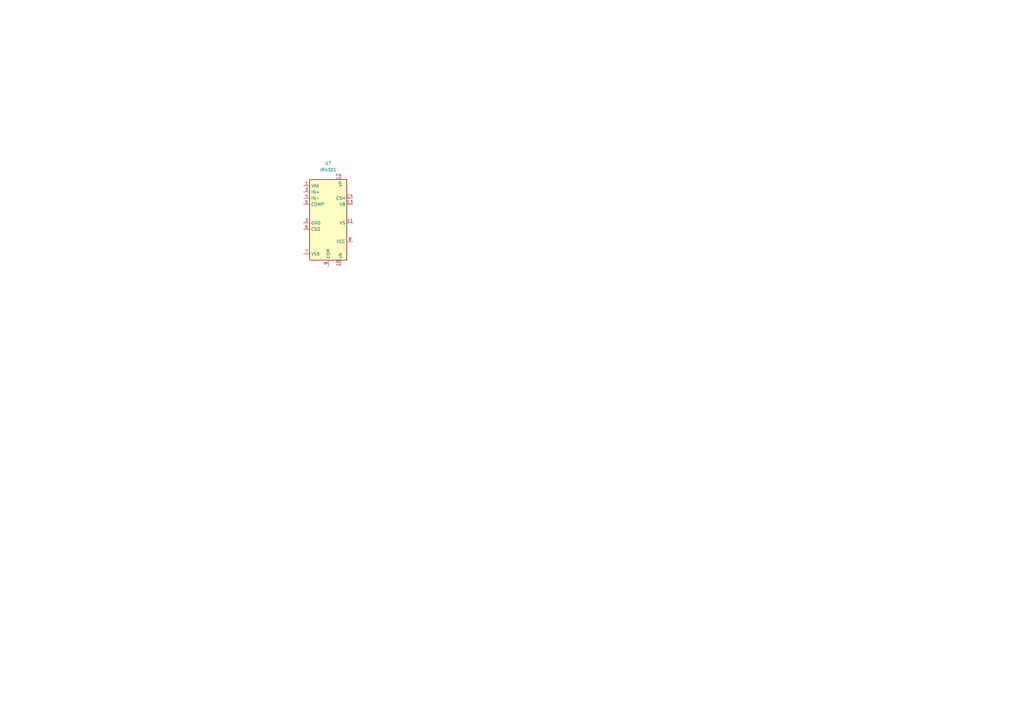
<source format=kicad_sch>
(kicad_sch (version 20210621) (generator eeschema)

  (uuid 9ee24e96-4ed7-47d1-9c04-c734897ee199)

  (paper "A3")

  (lib_symbols
    (symbol "Amplifier_Audio:IR4301" (in_bom yes) (on_board yes)
      (property "Reference" "U" (id 0) (at -7.62 20.955 0)
        (effects (font (size 1.27 1.27)) (justify left))
      )
      (property "Value" "IR4301" (id 1) (at -7.62 19.05 0)
        (effects (font (size 1.27 1.27)) (justify left))
      )
      (property "Footprint" "Package_DFN_QFN:Infineon_PQFN-22-15-4EP_6x5mm_P0.65mm" (id 2) (at 0 0 0)
        (effects (font (size 1.27 1.27) italic) hide)
      )
      (property "Datasheet" "https://www.infineon.com/dgdl/ir4301.pdf?fileId=5546d462533600a4015355d5fc691819" (id 3) (at 0 0 0)
        (effects (font (size 1.27 1.27)) hide)
      )
      (property "ki_keywords" "integrated class d amplifier" (id 4) (at 0 0 0)
        (effects (font (size 1.27 1.27)) hide)
      )
      (property "ki_description" "PowIRaudio Integrated Analog Input Class D Audio Amplifier, 160W/4ohm, 80V, PQFN-22" (id 5) (at 0 0 0)
        (effects (font (size 1.27 1.27)) hide)
      )
      (property "ki_fp_filters" "Infineon*PQFN*4EP*6x5mm*P0.65mm*" (id 6) (at 0 0 0)
        (effects (font (size 1.27 1.27)) hide)
      )
      (symbol "IR4301_0_1"
        (rectangle (start -7.62 -15.24) (end 7.62 17.78)
          (stroke (width 0.254)) (fill (type background))
        )
      )
      (symbol "IR4301_1_1"
        (pin power_in line (at -10.16 15.24 0) (length 2.54)
          (name "VAA" (effects (font (size 1.27 1.27))))
          (number "1" (effects (font (size 1.27 1.27))))
        )
        (pin power_in line (at 5.08 -17.78 90) (length 2.54)
          (name "VN" (effects (font (size 1.27 1.27))))
          (number "10" (effects (font (size 1.27 1.27))))
        )
        (pin output line (at 10.16 0 180) (length 2.54)
          (name "VS" (effects (font (size 1.27 1.27))))
          (number "11" (effects (font (size 1.27 1.27))))
        )
        (pin power_in line (at 5.08 20.32 270) (length 2.54)
          (name "VP" (effects (font (size 1.27 1.27))))
          (number "12" (effects (font (size 1.27 1.27))))
        )
        (pin power_in line (at 10.16 7.62 180) (length 2.54)
          (name "VB" (effects (font (size 1.27 1.27))))
          (number "13" (effects (font (size 1.27 1.27))))
        )
        (pin passive line (at 10.16 10.16 180) (length 2.54)
          (name "CSH" (effects (font (size 1.27 1.27))))
          (number "14" (effects (font (size 1.27 1.27))))
        )
        (pin passive line (at 0 -17.78 90) (length 2.54) hide
          (name "COM" (effects (font (size 1.27 1.27))))
          (number "15" (effects (font (size 1.27 1.27))))
        )
        (pin power_in line (at -10.16 0 0) (length 2.54)
          (name "GND" (effects (font (size 1.27 1.27))))
          (number "2" (effects (font (size 1.27 1.27))))
        )
        (pin input line (at -10.16 12.7 0) (length 2.54)
          (name "IN+" (effects (font (size 1.27 1.27))))
          (number "3" (effects (font (size 1.27 1.27))))
        )
        (pin input line (at -10.16 10.16 0) (length 2.54)
          (name "IN-" (effects (font (size 1.27 1.27))))
          (number "4" (effects (font (size 1.27 1.27))))
        )
        (pin output line (at -10.16 7.62 0) (length 2.54)
          (name "COMP" (effects (font (size 1.27 1.27))))
          (number "5" (effects (font (size 1.27 1.27))))
        )
        (pin passive line (at -10.16 -2.54 0) (length 2.54)
          (name "CSD" (effects (font (size 1.27 1.27))))
          (number "6" (effects (font (size 1.27 1.27))))
        )
        (pin power_in line (at -10.16 -12.7 0) (length 2.54)
          (name "VSS" (effects (font (size 1.27 1.27))))
          (number "7" (effects (font (size 1.27 1.27))))
        )
        (pin power_in line (at 10.16 -7.62 180) (length 2.54)
          (name "VCC" (effects (font (size 1.27 1.27))))
          (number "8" (effects (font (size 1.27 1.27))))
        )
        (pin power_in line (at 0 -17.78 90) (length 2.54)
          (name "COM" (effects (font (size 1.27 1.27))))
          (number "9" (effects (font (size 1.27 1.27))))
        )
      )
    )
  )


  (symbol (lib_id "Amplifier_Audio:IR4301") (at 134.62 91.44 0) (unit 1)
    (in_bom yes) (on_board yes) (fields_autoplaced)
    (uuid f4c16fbd-de10-4fb5-82a0-939030d5fdd3)
    (property "Reference" "U?" (id 0) (at 134.62 66.8994 0))
    (property "Value" "IR4301" (id 1) (at 134.62 69.6745 0))
    (property "Footprint" "Package_DFN_QFN:Infineon_PQFN-22-15-4EP_6x5mm_P0.65mm" (id 2) (at 134.62 91.44 0)
      (effects (font (size 1.27 1.27) italic) hide)
    )
    (property "Datasheet" "https://www.infineon.com/dgdl/ir4301.pdf?fileId=5546d462533600a4015355d5fc691819" (id 3) (at 134.62 91.44 0)
      (effects (font (size 1.27 1.27)) hide)
    )
    (pin "1" (uuid 9bf70b01-538b-4c3d-94cb-ce16d13b20c2))
    (pin "10" (uuid 1a6a84ce-47b0-40e9-9a5b-af30934d8b6c))
    (pin "11" (uuid ec551f61-847d-47e5-9786-73920901d7ae))
    (pin "12" (uuid 8f6fa176-fd26-4361-9a59-d0a5af437987))
    (pin "13" (uuid c63fd3cf-c5dd-42ff-811e-61c7cfe8eee6))
    (pin "14" (uuid 433c4421-2ce6-4af3-9582-4db47c298420))
    (pin "15" (uuid 53c6e563-956d-4b58-9a8e-55e340cebe98))
    (pin "2" (uuid a54b9fbf-ea11-4602-b5fc-8016735f108e))
    (pin "3" (uuid 68fc873d-86e1-4906-965f-db21eae95a79))
    (pin "4" (uuid 3d382168-f504-4547-8577-3a2a693f1b64))
    (pin "5" (uuid 2ab685bb-d588-484c-8148-b558c29f941b))
    (pin "6" (uuid c708bc97-a795-44ce-a252-3b11256619bc))
    (pin "7" (uuid a492e06f-edaf-4014-aa01-c68ac70d6e68))
    (pin "8" (uuid 576667c9-733c-443a-8a50-fb6f81afc4be))
    (pin "9" (uuid 02074e1d-0a87-4d60-a2b8-486c9d266ed9))
  )
)

</source>
